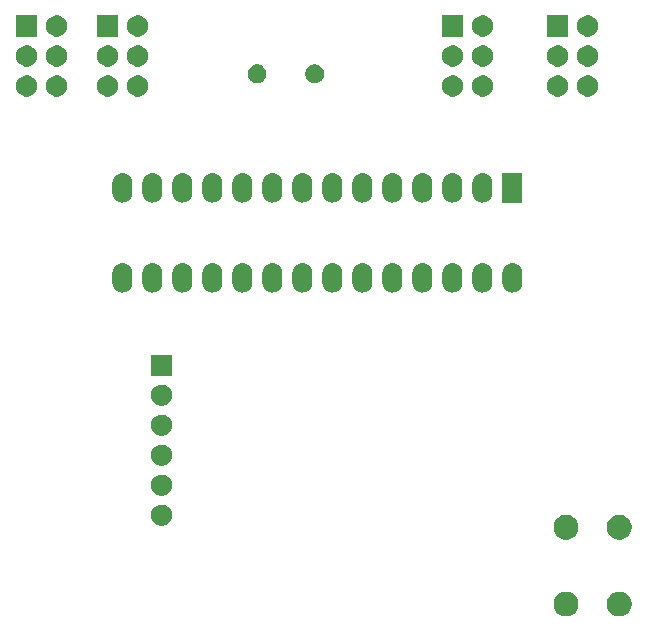
<source format=gbr>
G04 #@! TF.GenerationSoftware,KiCad,Pcbnew,5.1.5+dfsg1-2build2*
G04 #@! TF.CreationDate,2020-09-10T12:50:31-04:00*
G04 #@! TF.ProjectId,multi-avr,6d756c74-692d-4617-9672-2e6b69636164,rev?*
G04 #@! TF.SameCoordinates,Original*
G04 #@! TF.FileFunction,Soldermask,Bot*
G04 #@! TF.FilePolarity,Negative*
%FSLAX46Y46*%
G04 Gerber Fmt 4.6, Leading zero omitted, Abs format (unit mm)*
G04 Created by KiCad (PCBNEW 5.1.5+dfsg1-2build2) date 2020-09-10 12:50:31*
%MOMM*%
%LPD*%
G04 APERTURE LIST*
%ADD10C,0.100000*%
G04 APERTURE END LIST*
D10*
G36*
X181892564Y-116165389D02*
G01*
X182083833Y-116244615D01*
X182083835Y-116244616D01*
X182255973Y-116359635D01*
X182402365Y-116506027D01*
X182517385Y-116678167D01*
X182596611Y-116869436D01*
X182637000Y-117072484D01*
X182637000Y-117279516D01*
X182596611Y-117482564D01*
X182517385Y-117673833D01*
X182517384Y-117673835D01*
X182402365Y-117845973D01*
X182255973Y-117992365D01*
X182083835Y-118107384D01*
X182083834Y-118107385D01*
X182083833Y-118107385D01*
X181892564Y-118186611D01*
X181689516Y-118227000D01*
X181482484Y-118227000D01*
X181279436Y-118186611D01*
X181088167Y-118107385D01*
X181088166Y-118107385D01*
X181088165Y-118107384D01*
X180916027Y-117992365D01*
X180769635Y-117845973D01*
X180654616Y-117673835D01*
X180654615Y-117673833D01*
X180575389Y-117482564D01*
X180535000Y-117279516D01*
X180535000Y-117072484D01*
X180575389Y-116869436D01*
X180654615Y-116678167D01*
X180769635Y-116506027D01*
X180916027Y-116359635D01*
X181088165Y-116244616D01*
X181088167Y-116244615D01*
X181279436Y-116165389D01*
X181482484Y-116125000D01*
X181689516Y-116125000D01*
X181892564Y-116165389D01*
G37*
G36*
X177392564Y-116165389D02*
G01*
X177583833Y-116244615D01*
X177583835Y-116244616D01*
X177755973Y-116359635D01*
X177902365Y-116506027D01*
X178017385Y-116678167D01*
X178096611Y-116869436D01*
X178137000Y-117072484D01*
X178137000Y-117279516D01*
X178096611Y-117482564D01*
X178017385Y-117673833D01*
X178017384Y-117673835D01*
X177902365Y-117845973D01*
X177755973Y-117992365D01*
X177583835Y-118107384D01*
X177583834Y-118107385D01*
X177583833Y-118107385D01*
X177392564Y-118186611D01*
X177189516Y-118227000D01*
X176982484Y-118227000D01*
X176779436Y-118186611D01*
X176588167Y-118107385D01*
X176588166Y-118107385D01*
X176588165Y-118107384D01*
X176416027Y-117992365D01*
X176269635Y-117845973D01*
X176154616Y-117673835D01*
X176154615Y-117673833D01*
X176075389Y-117482564D01*
X176035000Y-117279516D01*
X176035000Y-117072484D01*
X176075389Y-116869436D01*
X176154615Y-116678167D01*
X176269635Y-116506027D01*
X176416027Y-116359635D01*
X176588165Y-116244616D01*
X176588167Y-116244615D01*
X176779436Y-116165389D01*
X176982484Y-116125000D01*
X177189516Y-116125000D01*
X177392564Y-116165389D01*
G37*
G36*
X177392564Y-109665389D02*
G01*
X177583833Y-109744615D01*
X177583835Y-109744616D01*
X177590008Y-109748741D01*
X177755973Y-109859635D01*
X177902365Y-110006027D01*
X178017385Y-110178167D01*
X178096611Y-110369436D01*
X178137000Y-110572484D01*
X178137000Y-110779516D01*
X178096611Y-110982564D01*
X178017385Y-111173833D01*
X178017384Y-111173835D01*
X177902365Y-111345973D01*
X177755973Y-111492365D01*
X177583835Y-111607384D01*
X177583834Y-111607385D01*
X177583833Y-111607385D01*
X177392564Y-111686611D01*
X177189516Y-111727000D01*
X176982484Y-111727000D01*
X176779436Y-111686611D01*
X176588167Y-111607385D01*
X176588166Y-111607385D01*
X176588165Y-111607384D01*
X176416027Y-111492365D01*
X176269635Y-111345973D01*
X176154616Y-111173835D01*
X176154615Y-111173833D01*
X176075389Y-110982564D01*
X176035000Y-110779516D01*
X176035000Y-110572484D01*
X176075389Y-110369436D01*
X176154615Y-110178167D01*
X176269635Y-110006027D01*
X176416027Y-109859635D01*
X176581992Y-109748741D01*
X176588165Y-109744616D01*
X176588167Y-109744615D01*
X176779436Y-109665389D01*
X176982484Y-109625000D01*
X177189516Y-109625000D01*
X177392564Y-109665389D01*
G37*
G36*
X181892564Y-109665389D02*
G01*
X182083833Y-109744615D01*
X182083835Y-109744616D01*
X182090008Y-109748741D01*
X182255973Y-109859635D01*
X182402365Y-110006027D01*
X182517385Y-110178167D01*
X182596611Y-110369436D01*
X182637000Y-110572484D01*
X182637000Y-110779516D01*
X182596611Y-110982564D01*
X182517385Y-111173833D01*
X182517384Y-111173835D01*
X182402365Y-111345973D01*
X182255973Y-111492365D01*
X182083835Y-111607384D01*
X182083834Y-111607385D01*
X182083833Y-111607385D01*
X181892564Y-111686611D01*
X181689516Y-111727000D01*
X181482484Y-111727000D01*
X181279436Y-111686611D01*
X181088167Y-111607385D01*
X181088166Y-111607385D01*
X181088165Y-111607384D01*
X180916027Y-111492365D01*
X180769635Y-111345973D01*
X180654616Y-111173835D01*
X180654615Y-111173833D01*
X180575389Y-110982564D01*
X180535000Y-110779516D01*
X180535000Y-110572484D01*
X180575389Y-110369436D01*
X180654615Y-110178167D01*
X180769635Y-110006027D01*
X180916027Y-109859635D01*
X181081992Y-109748741D01*
X181088165Y-109744616D01*
X181088167Y-109744615D01*
X181279436Y-109665389D01*
X181482484Y-109625000D01*
X181689516Y-109625000D01*
X181892564Y-109665389D01*
G37*
G36*
X142964512Y-108763927D02*
G01*
X143113812Y-108793624D01*
X143277784Y-108861544D01*
X143425354Y-108960147D01*
X143550853Y-109085646D01*
X143649456Y-109233216D01*
X143717376Y-109397188D01*
X143752000Y-109571259D01*
X143752000Y-109748741D01*
X143717376Y-109922812D01*
X143649456Y-110086784D01*
X143550853Y-110234354D01*
X143425354Y-110359853D01*
X143277784Y-110458456D01*
X143113812Y-110526376D01*
X142964512Y-110556073D01*
X142939742Y-110561000D01*
X142762258Y-110561000D01*
X142737488Y-110556073D01*
X142588188Y-110526376D01*
X142424216Y-110458456D01*
X142276646Y-110359853D01*
X142151147Y-110234354D01*
X142052544Y-110086784D01*
X141984624Y-109922812D01*
X141950000Y-109748741D01*
X141950000Y-109571259D01*
X141984624Y-109397188D01*
X142052544Y-109233216D01*
X142151147Y-109085646D01*
X142276646Y-108960147D01*
X142424216Y-108861544D01*
X142588188Y-108793624D01*
X142737488Y-108763927D01*
X142762258Y-108759000D01*
X142939742Y-108759000D01*
X142964512Y-108763927D01*
G37*
G36*
X142964512Y-106223927D02*
G01*
X143113812Y-106253624D01*
X143277784Y-106321544D01*
X143425354Y-106420147D01*
X143550853Y-106545646D01*
X143649456Y-106693216D01*
X143717376Y-106857188D01*
X143752000Y-107031259D01*
X143752000Y-107208741D01*
X143717376Y-107382812D01*
X143649456Y-107546784D01*
X143550853Y-107694354D01*
X143425354Y-107819853D01*
X143277784Y-107918456D01*
X143113812Y-107986376D01*
X142964512Y-108016073D01*
X142939742Y-108021000D01*
X142762258Y-108021000D01*
X142737488Y-108016073D01*
X142588188Y-107986376D01*
X142424216Y-107918456D01*
X142276646Y-107819853D01*
X142151147Y-107694354D01*
X142052544Y-107546784D01*
X141984624Y-107382812D01*
X141950000Y-107208741D01*
X141950000Y-107031259D01*
X141984624Y-106857188D01*
X142052544Y-106693216D01*
X142151147Y-106545646D01*
X142276646Y-106420147D01*
X142424216Y-106321544D01*
X142588188Y-106253624D01*
X142737488Y-106223927D01*
X142762258Y-106219000D01*
X142939742Y-106219000D01*
X142964512Y-106223927D01*
G37*
G36*
X142964512Y-103683927D02*
G01*
X143113812Y-103713624D01*
X143277784Y-103781544D01*
X143425354Y-103880147D01*
X143550853Y-104005646D01*
X143649456Y-104153216D01*
X143717376Y-104317188D01*
X143752000Y-104491259D01*
X143752000Y-104668741D01*
X143717376Y-104842812D01*
X143649456Y-105006784D01*
X143550853Y-105154354D01*
X143425354Y-105279853D01*
X143277784Y-105378456D01*
X143113812Y-105446376D01*
X142964512Y-105476073D01*
X142939742Y-105481000D01*
X142762258Y-105481000D01*
X142737488Y-105476073D01*
X142588188Y-105446376D01*
X142424216Y-105378456D01*
X142276646Y-105279853D01*
X142151147Y-105154354D01*
X142052544Y-105006784D01*
X141984624Y-104842812D01*
X141950000Y-104668741D01*
X141950000Y-104491259D01*
X141984624Y-104317188D01*
X142052544Y-104153216D01*
X142151147Y-104005646D01*
X142276646Y-103880147D01*
X142424216Y-103781544D01*
X142588188Y-103713624D01*
X142737488Y-103683927D01*
X142762258Y-103679000D01*
X142939742Y-103679000D01*
X142964512Y-103683927D01*
G37*
G36*
X142964512Y-101143927D02*
G01*
X143113812Y-101173624D01*
X143277784Y-101241544D01*
X143425354Y-101340147D01*
X143550853Y-101465646D01*
X143649456Y-101613216D01*
X143717376Y-101777188D01*
X143752000Y-101951259D01*
X143752000Y-102128741D01*
X143717376Y-102302812D01*
X143649456Y-102466784D01*
X143550853Y-102614354D01*
X143425354Y-102739853D01*
X143277784Y-102838456D01*
X143113812Y-102906376D01*
X142964512Y-102936073D01*
X142939742Y-102941000D01*
X142762258Y-102941000D01*
X142737488Y-102936073D01*
X142588188Y-102906376D01*
X142424216Y-102838456D01*
X142276646Y-102739853D01*
X142151147Y-102614354D01*
X142052544Y-102466784D01*
X141984624Y-102302812D01*
X141950000Y-102128741D01*
X141950000Y-101951259D01*
X141984624Y-101777188D01*
X142052544Y-101613216D01*
X142151147Y-101465646D01*
X142276646Y-101340147D01*
X142424216Y-101241544D01*
X142588188Y-101173624D01*
X142737488Y-101143927D01*
X142762258Y-101139000D01*
X142939742Y-101139000D01*
X142964512Y-101143927D01*
G37*
G36*
X142964512Y-98603927D02*
G01*
X143113812Y-98633624D01*
X143277784Y-98701544D01*
X143425354Y-98800147D01*
X143550853Y-98925646D01*
X143649456Y-99073216D01*
X143717376Y-99237188D01*
X143752000Y-99411259D01*
X143752000Y-99588741D01*
X143717376Y-99762812D01*
X143649456Y-99926784D01*
X143550853Y-100074354D01*
X143425354Y-100199853D01*
X143277784Y-100298456D01*
X143113812Y-100366376D01*
X142964512Y-100396073D01*
X142939742Y-100401000D01*
X142762258Y-100401000D01*
X142737488Y-100396073D01*
X142588188Y-100366376D01*
X142424216Y-100298456D01*
X142276646Y-100199853D01*
X142151147Y-100074354D01*
X142052544Y-99926784D01*
X141984624Y-99762812D01*
X141950000Y-99588741D01*
X141950000Y-99411259D01*
X141984624Y-99237188D01*
X142052544Y-99073216D01*
X142151147Y-98925646D01*
X142276646Y-98800147D01*
X142424216Y-98701544D01*
X142588188Y-98633624D01*
X142737488Y-98603927D01*
X142762258Y-98599000D01*
X142939742Y-98599000D01*
X142964512Y-98603927D01*
G37*
G36*
X143752000Y-97861000D02*
G01*
X141950000Y-97861000D01*
X141950000Y-96059000D01*
X143752000Y-96059000D01*
X143752000Y-97861000D01*
G37*
G36*
X172718043Y-88329913D02*
G01*
X172878462Y-88378576D01*
X173011126Y-88449486D01*
X173026298Y-88457596D01*
X173155879Y-88563941D01*
X173262224Y-88693522D01*
X173262225Y-88693524D01*
X173341244Y-88841358D01*
X173389907Y-89001778D01*
X173402220Y-89126797D01*
X173402220Y-90010404D01*
X173389907Y-90135423D01*
X173341244Y-90295842D01*
X173270334Y-90428506D01*
X173262224Y-90443678D01*
X173155879Y-90573259D01*
X173026297Y-90679605D01*
X172878461Y-90758624D01*
X172718042Y-90807287D01*
X172551220Y-90823717D01*
X172384397Y-90807287D01*
X172223978Y-90758624D01*
X172076144Y-90679605D01*
X172076142Y-90679604D01*
X171946561Y-90573259D01*
X171840215Y-90443677D01*
X171761196Y-90295841D01*
X171712533Y-90135422D01*
X171700220Y-90010403D01*
X171700220Y-89126797D01*
X171712534Y-89001777D01*
X171761197Y-88841358D01*
X171840216Y-88693524D01*
X171840217Y-88693522D01*
X171946562Y-88563941D01*
X172076143Y-88457596D01*
X172091315Y-88449486D01*
X172223979Y-88378576D01*
X172384398Y-88329913D01*
X172551220Y-88313483D01*
X172718043Y-88329913D01*
G37*
G36*
X149858043Y-88329913D02*
G01*
X150018462Y-88378576D01*
X150151126Y-88449486D01*
X150166298Y-88457596D01*
X150295879Y-88563941D01*
X150402224Y-88693522D01*
X150402225Y-88693524D01*
X150481244Y-88841358D01*
X150529907Y-89001778D01*
X150542220Y-89126797D01*
X150542220Y-90010404D01*
X150529907Y-90135423D01*
X150481244Y-90295842D01*
X150410334Y-90428506D01*
X150402224Y-90443678D01*
X150295879Y-90573259D01*
X150166297Y-90679605D01*
X150018461Y-90758624D01*
X149858042Y-90807287D01*
X149691220Y-90823717D01*
X149524397Y-90807287D01*
X149363978Y-90758624D01*
X149216144Y-90679605D01*
X149216142Y-90679604D01*
X149086561Y-90573259D01*
X148980215Y-90443677D01*
X148901196Y-90295841D01*
X148852533Y-90135422D01*
X148840220Y-90010403D01*
X148840220Y-89126797D01*
X148852534Y-89001777D01*
X148901197Y-88841358D01*
X148980216Y-88693524D01*
X148980217Y-88693522D01*
X149086562Y-88563941D01*
X149216143Y-88457596D01*
X149231315Y-88449486D01*
X149363979Y-88378576D01*
X149524398Y-88329913D01*
X149691220Y-88313483D01*
X149858043Y-88329913D01*
G37*
G36*
X152398043Y-88329913D02*
G01*
X152558462Y-88378576D01*
X152691126Y-88449486D01*
X152706298Y-88457596D01*
X152835879Y-88563941D01*
X152942224Y-88693522D01*
X152942225Y-88693524D01*
X153021244Y-88841358D01*
X153069907Y-89001778D01*
X153082220Y-89126797D01*
X153082220Y-90010404D01*
X153069907Y-90135423D01*
X153021244Y-90295842D01*
X152950334Y-90428506D01*
X152942224Y-90443678D01*
X152835879Y-90573259D01*
X152706297Y-90679605D01*
X152558461Y-90758624D01*
X152398042Y-90807287D01*
X152231220Y-90823717D01*
X152064397Y-90807287D01*
X151903978Y-90758624D01*
X151756144Y-90679605D01*
X151756142Y-90679604D01*
X151626561Y-90573259D01*
X151520215Y-90443677D01*
X151441196Y-90295841D01*
X151392533Y-90135422D01*
X151380220Y-90010403D01*
X151380220Y-89126797D01*
X151392534Y-89001777D01*
X151441197Y-88841358D01*
X151520216Y-88693524D01*
X151520217Y-88693522D01*
X151626562Y-88563941D01*
X151756143Y-88457596D01*
X151771315Y-88449486D01*
X151903979Y-88378576D01*
X152064398Y-88329913D01*
X152231220Y-88313483D01*
X152398043Y-88329913D01*
G37*
G36*
X154938043Y-88329913D02*
G01*
X155098462Y-88378576D01*
X155231126Y-88449486D01*
X155246298Y-88457596D01*
X155375879Y-88563941D01*
X155482224Y-88693522D01*
X155482225Y-88693524D01*
X155561244Y-88841358D01*
X155609907Y-89001778D01*
X155622220Y-89126797D01*
X155622220Y-90010404D01*
X155609907Y-90135423D01*
X155561244Y-90295842D01*
X155490334Y-90428506D01*
X155482224Y-90443678D01*
X155375879Y-90573259D01*
X155246297Y-90679605D01*
X155098461Y-90758624D01*
X154938042Y-90807287D01*
X154771220Y-90823717D01*
X154604397Y-90807287D01*
X154443978Y-90758624D01*
X154296144Y-90679605D01*
X154296142Y-90679604D01*
X154166561Y-90573259D01*
X154060215Y-90443677D01*
X153981196Y-90295841D01*
X153932533Y-90135422D01*
X153920220Y-90010403D01*
X153920220Y-89126797D01*
X153932534Y-89001777D01*
X153981197Y-88841358D01*
X154060216Y-88693524D01*
X154060217Y-88693522D01*
X154166562Y-88563941D01*
X154296143Y-88457596D01*
X154311315Y-88449486D01*
X154443979Y-88378576D01*
X154604398Y-88329913D01*
X154771220Y-88313483D01*
X154938043Y-88329913D01*
G37*
G36*
X160018043Y-88329913D02*
G01*
X160178462Y-88378576D01*
X160311126Y-88449486D01*
X160326298Y-88457596D01*
X160455879Y-88563941D01*
X160562224Y-88693522D01*
X160562225Y-88693524D01*
X160641244Y-88841358D01*
X160689907Y-89001778D01*
X160702220Y-89126797D01*
X160702220Y-90010404D01*
X160689907Y-90135423D01*
X160641244Y-90295842D01*
X160570334Y-90428506D01*
X160562224Y-90443678D01*
X160455879Y-90573259D01*
X160326297Y-90679605D01*
X160178461Y-90758624D01*
X160018042Y-90807287D01*
X159851220Y-90823717D01*
X159684397Y-90807287D01*
X159523978Y-90758624D01*
X159376144Y-90679605D01*
X159376142Y-90679604D01*
X159246561Y-90573259D01*
X159140215Y-90443677D01*
X159061196Y-90295841D01*
X159012533Y-90135422D01*
X159000220Y-90010403D01*
X159000220Y-89126797D01*
X159012534Y-89001777D01*
X159061197Y-88841358D01*
X159140216Y-88693524D01*
X159140217Y-88693522D01*
X159246562Y-88563941D01*
X159376143Y-88457596D01*
X159391315Y-88449486D01*
X159523979Y-88378576D01*
X159684398Y-88329913D01*
X159851220Y-88313483D01*
X160018043Y-88329913D01*
G37*
G36*
X157478043Y-88329913D02*
G01*
X157638462Y-88378576D01*
X157771126Y-88449486D01*
X157786298Y-88457596D01*
X157915879Y-88563941D01*
X158022224Y-88693522D01*
X158022225Y-88693524D01*
X158101244Y-88841358D01*
X158149907Y-89001778D01*
X158162220Y-89126797D01*
X158162220Y-90010404D01*
X158149907Y-90135423D01*
X158101244Y-90295842D01*
X158030334Y-90428506D01*
X158022224Y-90443678D01*
X157915879Y-90573259D01*
X157786297Y-90679605D01*
X157638461Y-90758624D01*
X157478042Y-90807287D01*
X157311220Y-90823717D01*
X157144397Y-90807287D01*
X156983978Y-90758624D01*
X156836144Y-90679605D01*
X156836142Y-90679604D01*
X156706561Y-90573259D01*
X156600215Y-90443677D01*
X156521196Y-90295841D01*
X156472533Y-90135422D01*
X156460220Y-90010403D01*
X156460220Y-89126797D01*
X156472534Y-89001777D01*
X156521197Y-88841358D01*
X156600216Y-88693524D01*
X156600217Y-88693522D01*
X156706562Y-88563941D01*
X156836143Y-88457596D01*
X156851315Y-88449486D01*
X156983979Y-88378576D01*
X157144398Y-88329913D01*
X157311220Y-88313483D01*
X157478043Y-88329913D01*
G37*
G36*
X165098043Y-88329913D02*
G01*
X165258462Y-88378576D01*
X165391126Y-88449486D01*
X165406298Y-88457596D01*
X165535879Y-88563941D01*
X165642224Y-88693522D01*
X165642225Y-88693524D01*
X165721244Y-88841358D01*
X165769907Y-89001778D01*
X165782220Y-89126797D01*
X165782220Y-90010404D01*
X165769907Y-90135423D01*
X165721244Y-90295842D01*
X165650334Y-90428506D01*
X165642224Y-90443678D01*
X165535879Y-90573259D01*
X165406297Y-90679605D01*
X165258461Y-90758624D01*
X165098042Y-90807287D01*
X164931220Y-90823717D01*
X164764397Y-90807287D01*
X164603978Y-90758624D01*
X164456144Y-90679605D01*
X164456142Y-90679604D01*
X164326561Y-90573259D01*
X164220215Y-90443677D01*
X164141196Y-90295841D01*
X164092533Y-90135422D01*
X164080220Y-90010403D01*
X164080220Y-89126797D01*
X164092534Y-89001777D01*
X164141197Y-88841358D01*
X164220216Y-88693524D01*
X164220217Y-88693522D01*
X164326562Y-88563941D01*
X164456143Y-88457596D01*
X164471315Y-88449486D01*
X164603979Y-88378576D01*
X164764398Y-88329913D01*
X164931220Y-88313483D01*
X165098043Y-88329913D01*
G37*
G36*
X167638043Y-88329913D02*
G01*
X167798462Y-88378576D01*
X167931126Y-88449486D01*
X167946298Y-88457596D01*
X168075879Y-88563941D01*
X168182224Y-88693522D01*
X168182225Y-88693524D01*
X168261244Y-88841358D01*
X168309907Y-89001778D01*
X168322220Y-89126797D01*
X168322220Y-90010404D01*
X168309907Y-90135423D01*
X168261244Y-90295842D01*
X168190334Y-90428506D01*
X168182224Y-90443678D01*
X168075879Y-90573259D01*
X167946297Y-90679605D01*
X167798461Y-90758624D01*
X167638042Y-90807287D01*
X167471220Y-90823717D01*
X167304397Y-90807287D01*
X167143978Y-90758624D01*
X166996144Y-90679605D01*
X166996142Y-90679604D01*
X166866561Y-90573259D01*
X166760215Y-90443677D01*
X166681196Y-90295841D01*
X166632533Y-90135422D01*
X166620220Y-90010403D01*
X166620220Y-89126797D01*
X166632534Y-89001777D01*
X166681197Y-88841358D01*
X166760216Y-88693524D01*
X166760217Y-88693522D01*
X166866562Y-88563941D01*
X166996143Y-88457596D01*
X167011315Y-88449486D01*
X167143979Y-88378576D01*
X167304398Y-88329913D01*
X167471220Y-88313483D01*
X167638043Y-88329913D01*
G37*
G36*
X170178043Y-88329913D02*
G01*
X170338462Y-88378576D01*
X170471126Y-88449486D01*
X170486298Y-88457596D01*
X170615879Y-88563941D01*
X170722224Y-88693522D01*
X170722225Y-88693524D01*
X170801244Y-88841358D01*
X170849907Y-89001778D01*
X170862220Y-89126797D01*
X170862220Y-90010404D01*
X170849907Y-90135423D01*
X170801244Y-90295842D01*
X170730334Y-90428506D01*
X170722224Y-90443678D01*
X170615879Y-90573259D01*
X170486297Y-90679605D01*
X170338461Y-90758624D01*
X170178042Y-90807287D01*
X170011220Y-90823717D01*
X169844397Y-90807287D01*
X169683978Y-90758624D01*
X169536144Y-90679605D01*
X169536142Y-90679604D01*
X169406561Y-90573259D01*
X169300215Y-90443677D01*
X169221196Y-90295841D01*
X169172533Y-90135422D01*
X169160220Y-90010403D01*
X169160220Y-89126797D01*
X169172534Y-89001777D01*
X169221197Y-88841358D01*
X169300216Y-88693524D01*
X169300217Y-88693522D01*
X169406562Y-88563941D01*
X169536143Y-88457596D01*
X169551315Y-88449486D01*
X169683979Y-88378576D01*
X169844398Y-88329913D01*
X170011220Y-88313483D01*
X170178043Y-88329913D01*
G37*
G36*
X139698043Y-88329913D02*
G01*
X139858462Y-88378576D01*
X139991126Y-88449486D01*
X140006298Y-88457596D01*
X140135879Y-88563941D01*
X140242224Y-88693522D01*
X140242225Y-88693524D01*
X140321244Y-88841358D01*
X140369907Y-89001778D01*
X140382220Y-89126797D01*
X140382220Y-90010404D01*
X140369907Y-90135423D01*
X140321244Y-90295842D01*
X140250334Y-90428506D01*
X140242224Y-90443678D01*
X140135879Y-90573259D01*
X140006297Y-90679605D01*
X139858461Y-90758624D01*
X139698042Y-90807287D01*
X139531220Y-90823717D01*
X139364397Y-90807287D01*
X139203978Y-90758624D01*
X139056144Y-90679605D01*
X139056142Y-90679604D01*
X138926561Y-90573259D01*
X138820215Y-90443677D01*
X138741196Y-90295841D01*
X138692533Y-90135422D01*
X138680220Y-90010403D01*
X138680220Y-89126797D01*
X138692534Y-89001777D01*
X138741197Y-88841358D01*
X138820216Y-88693524D01*
X138820217Y-88693522D01*
X138926562Y-88563941D01*
X139056143Y-88457596D01*
X139071315Y-88449486D01*
X139203979Y-88378576D01*
X139364398Y-88329913D01*
X139531220Y-88313483D01*
X139698043Y-88329913D01*
G37*
G36*
X142238043Y-88329913D02*
G01*
X142398462Y-88378576D01*
X142531126Y-88449486D01*
X142546298Y-88457596D01*
X142675879Y-88563941D01*
X142782224Y-88693522D01*
X142782225Y-88693524D01*
X142861244Y-88841358D01*
X142909907Y-89001778D01*
X142922220Y-89126797D01*
X142922220Y-90010404D01*
X142909907Y-90135423D01*
X142861244Y-90295842D01*
X142790334Y-90428506D01*
X142782224Y-90443678D01*
X142675879Y-90573259D01*
X142546297Y-90679605D01*
X142398461Y-90758624D01*
X142238042Y-90807287D01*
X142071220Y-90823717D01*
X141904397Y-90807287D01*
X141743978Y-90758624D01*
X141596144Y-90679605D01*
X141596142Y-90679604D01*
X141466561Y-90573259D01*
X141360215Y-90443677D01*
X141281196Y-90295841D01*
X141232533Y-90135422D01*
X141220220Y-90010403D01*
X141220220Y-89126797D01*
X141232534Y-89001777D01*
X141281197Y-88841358D01*
X141360216Y-88693524D01*
X141360217Y-88693522D01*
X141466562Y-88563941D01*
X141596143Y-88457596D01*
X141611315Y-88449486D01*
X141743979Y-88378576D01*
X141904398Y-88329913D01*
X142071220Y-88313483D01*
X142238043Y-88329913D01*
G37*
G36*
X144778043Y-88329913D02*
G01*
X144938462Y-88378576D01*
X145071126Y-88449486D01*
X145086298Y-88457596D01*
X145215879Y-88563941D01*
X145322224Y-88693522D01*
X145322225Y-88693524D01*
X145401244Y-88841358D01*
X145449907Y-89001778D01*
X145462220Y-89126797D01*
X145462220Y-90010404D01*
X145449907Y-90135423D01*
X145401244Y-90295842D01*
X145330334Y-90428506D01*
X145322224Y-90443678D01*
X145215879Y-90573259D01*
X145086297Y-90679605D01*
X144938461Y-90758624D01*
X144778042Y-90807287D01*
X144611220Y-90823717D01*
X144444397Y-90807287D01*
X144283978Y-90758624D01*
X144136144Y-90679605D01*
X144136142Y-90679604D01*
X144006561Y-90573259D01*
X143900215Y-90443677D01*
X143821196Y-90295841D01*
X143772533Y-90135422D01*
X143760220Y-90010403D01*
X143760220Y-89126797D01*
X143772534Y-89001777D01*
X143821197Y-88841358D01*
X143900216Y-88693524D01*
X143900217Y-88693522D01*
X144006562Y-88563941D01*
X144136143Y-88457596D01*
X144151315Y-88449486D01*
X144283979Y-88378576D01*
X144444398Y-88329913D01*
X144611220Y-88313483D01*
X144778043Y-88329913D01*
G37*
G36*
X147318043Y-88329913D02*
G01*
X147478462Y-88378576D01*
X147611126Y-88449486D01*
X147626298Y-88457596D01*
X147755879Y-88563941D01*
X147862224Y-88693522D01*
X147862225Y-88693524D01*
X147941244Y-88841358D01*
X147989907Y-89001778D01*
X148002220Y-89126797D01*
X148002220Y-90010404D01*
X147989907Y-90135423D01*
X147941244Y-90295842D01*
X147870334Y-90428506D01*
X147862224Y-90443678D01*
X147755879Y-90573259D01*
X147626297Y-90679605D01*
X147478461Y-90758624D01*
X147318042Y-90807287D01*
X147151220Y-90823717D01*
X146984397Y-90807287D01*
X146823978Y-90758624D01*
X146676144Y-90679605D01*
X146676142Y-90679604D01*
X146546561Y-90573259D01*
X146440215Y-90443677D01*
X146361196Y-90295841D01*
X146312533Y-90135422D01*
X146300220Y-90010403D01*
X146300220Y-89126797D01*
X146312534Y-89001777D01*
X146361197Y-88841358D01*
X146440216Y-88693524D01*
X146440217Y-88693522D01*
X146546562Y-88563941D01*
X146676143Y-88457596D01*
X146691315Y-88449486D01*
X146823979Y-88378576D01*
X146984398Y-88329913D01*
X147151220Y-88313483D01*
X147318043Y-88329913D01*
G37*
G36*
X162558043Y-88329913D02*
G01*
X162718462Y-88378576D01*
X162851126Y-88449486D01*
X162866298Y-88457596D01*
X162995879Y-88563941D01*
X163102224Y-88693522D01*
X163102225Y-88693524D01*
X163181244Y-88841358D01*
X163229907Y-89001778D01*
X163242220Y-89126797D01*
X163242220Y-90010404D01*
X163229907Y-90135423D01*
X163181244Y-90295842D01*
X163110334Y-90428506D01*
X163102224Y-90443678D01*
X162995879Y-90573259D01*
X162866297Y-90679605D01*
X162718461Y-90758624D01*
X162558042Y-90807287D01*
X162391220Y-90823717D01*
X162224397Y-90807287D01*
X162063978Y-90758624D01*
X161916144Y-90679605D01*
X161916142Y-90679604D01*
X161786561Y-90573259D01*
X161680215Y-90443677D01*
X161601196Y-90295841D01*
X161552533Y-90135422D01*
X161540220Y-90010403D01*
X161540220Y-89126797D01*
X161552534Y-89001777D01*
X161601197Y-88841358D01*
X161680216Y-88693524D01*
X161680217Y-88693522D01*
X161786562Y-88563941D01*
X161916143Y-88457596D01*
X161931315Y-88449486D01*
X162063979Y-88378576D01*
X162224398Y-88329913D01*
X162391220Y-88313483D01*
X162558043Y-88329913D01*
G37*
G36*
X142238043Y-80709913D02*
G01*
X142398462Y-80758576D01*
X142531126Y-80829486D01*
X142546298Y-80837596D01*
X142675879Y-80943941D01*
X142782224Y-81073522D01*
X142782225Y-81073524D01*
X142861244Y-81221358D01*
X142909907Y-81381778D01*
X142922220Y-81506797D01*
X142922220Y-82390404D01*
X142909907Y-82515423D01*
X142861244Y-82675842D01*
X142790334Y-82808506D01*
X142782224Y-82823678D01*
X142675879Y-82953259D01*
X142546297Y-83059605D01*
X142398461Y-83138624D01*
X142238042Y-83187287D01*
X142071220Y-83203717D01*
X141904397Y-83187287D01*
X141743978Y-83138624D01*
X141596144Y-83059605D01*
X141596142Y-83059604D01*
X141466561Y-82953259D01*
X141360215Y-82823677D01*
X141281196Y-82675841D01*
X141232533Y-82515422D01*
X141220220Y-82390403D01*
X141220220Y-81506797D01*
X141232534Y-81381777D01*
X141281197Y-81221358D01*
X141360216Y-81073524D01*
X141360217Y-81073522D01*
X141466562Y-80943941D01*
X141596143Y-80837596D01*
X141611315Y-80829486D01*
X141743979Y-80758576D01*
X141904398Y-80709913D01*
X142071220Y-80693483D01*
X142238043Y-80709913D01*
G37*
G36*
X147318043Y-80709913D02*
G01*
X147478462Y-80758576D01*
X147611126Y-80829486D01*
X147626298Y-80837596D01*
X147755879Y-80943941D01*
X147862224Y-81073522D01*
X147862225Y-81073524D01*
X147941244Y-81221358D01*
X147989907Y-81381778D01*
X148002220Y-81506797D01*
X148002220Y-82390404D01*
X147989907Y-82515423D01*
X147941244Y-82675842D01*
X147870334Y-82808506D01*
X147862224Y-82823678D01*
X147755879Y-82953259D01*
X147626297Y-83059605D01*
X147478461Y-83138624D01*
X147318042Y-83187287D01*
X147151220Y-83203717D01*
X146984397Y-83187287D01*
X146823978Y-83138624D01*
X146676144Y-83059605D01*
X146676142Y-83059604D01*
X146546561Y-82953259D01*
X146440215Y-82823677D01*
X146361196Y-82675841D01*
X146312533Y-82515422D01*
X146300220Y-82390403D01*
X146300220Y-81506797D01*
X146312534Y-81381777D01*
X146361197Y-81221358D01*
X146440216Y-81073524D01*
X146440217Y-81073522D01*
X146546562Y-80943941D01*
X146676143Y-80837596D01*
X146691315Y-80829486D01*
X146823979Y-80758576D01*
X146984398Y-80709913D01*
X147151220Y-80693483D01*
X147318043Y-80709913D01*
G37*
G36*
X144778043Y-80709913D02*
G01*
X144938462Y-80758576D01*
X145071126Y-80829486D01*
X145086298Y-80837596D01*
X145215879Y-80943941D01*
X145322224Y-81073522D01*
X145322225Y-81073524D01*
X145401244Y-81221358D01*
X145449907Y-81381778D01*
X145462220Y-81506797D01*
X145462220Y-82390404D01*
X145449907Y-82515423D01*
X145401244Y-82675842D01*
X145330334Y-82808506D01*
X145322224Y-82823678D01*
X145215879Y-82953259D01*
X145086297Y-83059605D01*
X144938461Y-83138624D01*
X144778042Y-83187287D01*
X144611220Y-83203717D01*
X144444397Y-83187287D01*
X144283978Y-83138624D01*
X144136144Y-83059605D01*
X144136142Y-83059604D01*
X144006561Y-82953259D01*
X143900215Y-82823677D01*
X143821196Y-82675841D01*
X143772533Y-82515422D01*
X143760220Y-82390403D01*
X143760220Y-81506797D01*
X143772534Y-81381777D01*
X143821197Y-81221358D01*
X143900216Y-81073524D01*
X143900217Y-81073522D01*
X144006562Y-80943941D01*
X144136143Y-80837596D01*
X144151315Y-80829486D01*
X144283979Y-80758576D01*
X144444398Y-80709913D01*
X144611220Y-80693483D01*
X144778043Y-80709913D01*
G37*
G36*
X149858043Y-80709913D02*
G01*
X150018462Y-80758576D01*
X150151126Y-80829486D01*
X150166298Y-80837596D01*
X150295879Y-80943941D01*
X150402224Y-81073522D01*
X150402225Y-81073524D01*
X150481244Y-81221358D01*
X150529907Y-81381778D01*
X150542220Y-81506797D01*
X150542220Y-82390404D01*
X150529907Y-82515423D01*
X150481244Y-82675842D01*
X150410334Y-82808506D01*
X150402224Y-82823678D01*
X150295879Y-82953259D01*
X150166297Y-83059605D01*
X150018461Y-83138624D01*
X149858042Y-83187287D01*
X149691220Y-83203717D01*
X149524397Y-83187287D01*
X149363978Y-83138624D01*
X149216144Y-83059605D01*
X149216142Y-83059604D01*
X149086561Y-82953259D01*
X148980215Y-82823677D01*
X148901196Y-82675841D01*
X148852533Y-82515422D01*
X148840220Y-82390403D01*
X148840220Y-81506797D01*
X148852534Y-81381777D01*
X148901197Y-81221358D01*
X148980216Y-81073524D01*
X148980217Y-81073522D01*
X149086562Y-80943941D01*
X149216143Y-80837596D01*
X149231315Y-80829486D01*
X149363979Y-80758576D01*
X149524398Y-80709913D01*
X149691220Y-80693483D01*
X149858043Y-80709913D01*
G37*
G36*
X152398043Y-80709913D02*
G01*
X152558462Y-80758576D01*
X152691126Y-80829486D01*
X152706298Y-80837596D01*
X152835879Y-80943941D01*
X152942224Y-81073522D01*
X152942225Y-81073524D01*
X153021244Y-81221358D01*
X153069907Y-81381778D01*
X153082220Y-81506797D01*
X153082220Y-82390404D01*
X153069907Y-82515423D01*
X153021244Y-82675842D01*
X152950334Y-82808506D01*
X152942224Y-82823678D01*
X152835879Y-82953259D01*
X152706297Y-83059605D01*
X152558461Y-83138624D01*
X152398042Y-83187287D01*
X152231220Y-83203717D01*
X152064397Y-83187287D01*
X151903978Y-83138624D01*
X151756144Y-83059605D01*
X151756142Y-83059604D01*
X151626561Y-82953259D01*
X151520215Y-82823677D01*
X151441196Y-82675841D01*
X151392533Y-82515422D01*
X151380220Y-82390403D01*
X151380220Y-81506797D01*
X151392534Y-81381777D01*
X151441197Y-81221358D01*
X151520216Y-81073524D01*
X151520217Y-81073522D01*
X151626562Y-80943941D01*
X151756143Y-80837596D01*
X151771315Y-80829486D01*
X151903979Y-80758576D01*
X152064398Y-80709913D01*
X152231220Y-80693483D01*
X152398043Y-80709913D01*
G37*
G36*
X154938043Y-80709913D02*
G01*
X155098462Y-80758576D01*
X155231126Y-80829486D01*
X155246298Y-80837596D01*
X155375879Y-80943941D01*
X155482224Y-81073522D01*
X155482225Y-81073524D01*
X155561244Y-81221358D01*
X155609907Y-81381778D01*
X155622220Y-81506797D01*
X155622220Y-82390404D01*
X155609907Y-82515423D01*
X155561244Y-82675842D01*
X155490334Y-82808506D01*
X155482224Y-82823678D01*
X155375879Y-82953259D01*
X155246297Y-83059605D01*
X155098461Y-83138624D01*
X154938042Y-83187287D01*
X154771220Y-83203717D01*
X154604397Y-83187287D01*
X154443978Y-83138624D01*
X154296144Y-83059605D01*
X154296142Y-83059604D01*
X154166561Y-82953259D01*
X154060215Y-82823677D01*
X153981196Y-82675841D01*
X153932533Y-82515422D01*
X153920220Y-82390403D01*
X153920220Y-81506797D01*
X153932534Y-81381777D01*
X153981197Y-81221358D01*
X154060216Y-81073524D01*
X154060217Y-81073522D01*
X154166562Y-80943941D01*
X154296143Y-80837596D01*
X154311315Y-80829486D01*
X154443979Y-80758576D01*
X154604398Y-80709913D01*
X154771220Y-80693483D01*
X154938043Y-80709913D01*
G37*
G36*
X157478043Y-80709913D02*
G01*
X157638462Y-80758576D01*
X157771126Y-80829486D01*
X157786298Y-80837596D01*
X157915879Y-80943941D01*
X158022224Y-81073522D01*
X158022225Y-81073524D01*
X158101244Y-81221358D01*
X158149907Y-81381778D01*
X158162220Y-81506797D01*
X158162220Y-82390404D01*
X158149907Y-82515423D01*
X158101244Y-82675842D01*
X158030334Y-82808506D01*
X158022224Y-82823678D01*
X157915879Y-82953259D01*
X157786297Y-83059605D01*
X157638461Y-83138624D01*
X157478042Y-83187287D01*
X157311220Y-83203717D01*
X157144397Y-83187287D01*
X156983978Y-83138624D01*
X156836144Y-83059605D01*
X156836142Y-83059604D01*
X156706561Y-82953259D01*
X156600215Y-82823677D01*
X156521196Y-82675841D01*
X156472533Y-82515422D01*
X156460220Y-82390403D01*
X156460220Y-81506797D01*
X156472534Y-81381777D01*
X156521197Y-81221358D01*
X156600216Y-81073524D01*
X156600217Y-81073522D01*
X156706562Y-80943941D01*
X156836143Y-80837596D01*
X156851315Y-80829486D01*
X156983979Y-80758576D01*
X157144398Y-80709913D01*
X157311220Y-80693483D01*
X157478043Y-80709913D01*
G37*
G36*
X139698043Y-80709913D02*
G01*
X139858462Y-80758576D01*
X139991126Y-80829486D01*
X140006298Y-80837596D01*
X140135879Y-80943941D01*
X140242224Y-81073522D01*
X140242225Y-81073524D01*
X140321244Y-81221358D01*
X140369907Y-81381778D01*
X140382220Y-81506797D01*
X140382220Y-82390404D01*
X140369907Y-82515423D01*
X140321244Y-82675842D01*
X140250334Y-82808506D01*
X140242224Y-82823678D01*
X140135879Y-82953259D01*
X140006297Y-83059605D01*
X139858461Y-83138624D01*
X139698042Y-83187287D01*
X139531220Y-83203717D01*
X139364397Y-83187287D01*
X139203978Y-83138624D01*
X139056144Y-83059605D01*
X139056142Y-83059604D01*
X138926561Y-82953259D01*
X138820215Y-82823677D01*
X138741196Y-82675841D01*
X138692533Y-82515422D01*
X138680220Y-82390403D01*
X138680220Y-81506797D01*
X138692534Y-81381777D01*
X138741197Y-81221358D01*
X138820216Y-81073524D01*
X138820217Y-81073522D01*
X138926562Y-80943941D01*
X139056143Y-80837596D01*
X139071315Y-80829486D01*
X139203979Y-80758576D01*
X139364398Y-80709913D01*
X139531220Y-80693483D01*
X139698043Y-80709913D01*
G37*
G36*
X165098043Y-80709913D02*
G01*
X165258462Y-80758576D01*
X165391126Y-80829486D01*
X165406298Y-80837596D01*
X165535879Y-80943941D01*
X165642224Y-81073522D01*
X165642225Y-81073524D01*
X165721244Y-81221358D01*
X165769907Y-81381778D01*
X165782220Y-81506797D01*
X165782220Y-82390404D01*
X165769907Y-82515423D01*
X165721244Y-82675842D01*
X165650334Y-82808506D01*
X165642224Y-82823678D01*
X165535879Y-82953259D01*
X165406297Y-83059605D01*
X165258461Y-83138624D01*
X165098042Y-83187287D01*
X164931220Y-83203717D01*
X164764397Y-83187287D01*
X164603978Y-83138624D01*
X164456144Y-83059605D01*
X164456142Y-83059604D01*
X164326561Y-82953259D01*
X164220215Y-82823677D01*
X164141196Y-82675841D01*
X164092533Y-82515422D01*
X164080220Y-82390403D01*
X164080220Y-81506797D01*
X164092534Y-81381777D01*
X164141197Y-81221358D01*
X164220216Y-81073524D01*
X164220217Y-81073522D01*
X164326562Y-80943941D01*
X164456143Y-80837596D01*
X164471315Y-80829486D01*
X164603979Y-80758576D01*
X164764398Y-80709913D01*
X164931220Y-80693483D01*
X165098043Y-80709913D01*
G37*
G36*
X167638043Y-80709913D02*
G01*
X167798462Y-80758576D01*
X167931126Y-80829486D01*
X167946298Y-80837596D01*
X168075879Y-80943941D01*
X168182224Y-81073522D01*
X168182225Y-81073524D01*
X168261244Y-81221358D01*
X168309907Y-81381778D01*
X168322220Y-81506797D01*
X168322220Y-82390404D01*
X168309907Y-82515423D01*
X168261244Y-82675842D01*
X168190334Y-82808506D01*
X168182224Y-82823678D01*
X168075879Y-82953259D01*
X167946297Y-83059605D01*
X167798461Y-83138624D01*
X167638042Y-83187287D01*
X167471220Y-83203717D01*
X167304397Y-83187287D01*
X167143978Y-83138624D01*
X166996144Y-83059605D01*
X166996142Y-83059604D01*
X166866561Y-82953259D01*
X166760215Y-82823677D01*
X166681196Y-82675841D01*
X166632533Y-82515422D01*
X166620220Y-82390403D01*
X166620220Y-81506797D01*
X166632534Y-81381777D01*
X166681197Y-81221358D01*
X166760216Y-81073524D01*
X166760217Y-81073522D01*
X166866562Y-80943941D01*
X166996143Y-80837596D01*
X167011315Y-80829486D01*
X167143979Y-80758576D01*
X167304398Y-80709913D01*
X167471220Y-80693483D01*
X167638043Y-80709913D01*
G37*
G36*
X162558043Y-80709913D02*
G01*
X162718462Y-80758576D01*
X162851126Y-80829486D01*
X162866298Y-80837596D01*
X162995879Y-80943941D01*
X163102224Y-81073522D01*
X163102225Y-81073524D01*
X163181244Y-81221358D01*
X163229907Y-81381778D01*
X163242220Y-81506797D01*
X163242220Y-82390404D01*
X163229907Y-82515423D01*
X163181244Y-82675842D01*
X163110334Y-82808506D01*
X163102224Y-82823678D01*
X162995879Y-82953259D01*
X162866297Y-83059605D01*
X162718461Y-83138624D01*
X162558042Y-83187287D01*
X162391220Y-83203717D01*
X162224397Y-83187287D01*
X162063978Y-83138624D01*
X161916144Y-83059605D01*
X161916142Y-83059604D01*
X161786561Y-82953259D01*
X161680215Y-82823677D01*
X161601196Y-82675841D01*
X161552533Y-82515422D01*
X161540220Y-82390403D01*
X161540220Y-81506797D01*
X161552534Y-81381777D01*
X161601197Y-81221358D01*
X161680216Y-81073524D01*
X161680217Y-81073522D01*
X161786562Y-80943941D01*
X161916143Y-80837596D01*
X161931315Y-80829486D01*
X162063979Y-80758576D01*
X162224398Y-80709913D01*
X162391220Y-80693483D01*
X162558043Y-80709913D01*
G37*
G36*
X170178043Y-80709913D02*
G01*
X170338462Y-80758576D01*
X170471126Y-80829486D01*
X170486298Y-80837596D01*
X170615879Y-80943941D01*
X170722224Y-81073522D01*
X170722225Y-81073524D01*
X170801244Y-81221358D01*
X170849907Y-81381778D01*
X170862220Y-81506797D01*
X170862220Y-82390404D01*
X170849907Y-82515423D01*
X170801244Y-82675842D01*
X170730334Y-82808506D01*
X170722224Y-82823678D01*
X170615879Y-82953259D01*
X170486297Y-83059605D01*
X170338461Y-83138624D01*
X170178042Y-83187287D01*
X170011220Y-83203717D01*
X169844397Y-83187287D01*
X169683978Y-83138624D01*
X169536144Y-83059605D01*
X169536142Y-83059604D01*
X169406561Y-82953259D01*
X169300215Y-82823677D01*
X169221196Y-82675841D01*
X169172533Y-82515422D01*
X169160220Y-82390403D01*
X169160220Y-81506797D01*
X169172534Y-81381777D01*
X169221197Y-81221358D01*
X169300216Y-81073524D01*
X169300217Y-81073522D01*
X169406562Y-80943941D01*
X169536143Y-80837596D01*
X169551315Y-80829486D01*
X169683979Y-80758576D01*
X169844398Y-80709913D01*
X170011220Y-80693483D01*
X170178043Y-80709913D01*
G37*
G36*
X160018043Y-80709913D02*
G01*
X160178462Y-80758576D01*
X160311126Y-80829486D01*
X160326298Y-80837596D01*
X160455879Y-80943941D01*
X160562224Y-81073522D01*
X160562225Y-81073524D01*
X160641244Y-81221358D01*
X160689907Y-81381778D01*
X160702220Y-81506797D01*
X160702220Y-82390404D01*
X160689907Y-82515423D01*
X160641244Y-82675842D01*
X160570334Y-82808506D01*
X160562224Y-82823678D01*
X160455879Y-82953259D01*
X160326297Y-83059605D01*
X160178461Y-83138624D01*
X160018042Y-83187287D01*
X159851220Y-83203717D01*
X159684397Y-83187287D01*
X159523978Y-83138624D01*
X159376144Y-83059605D01*
X159376142Y-83059604D01*
X159246561Y-82953259D01*
X159140215Y-82823677D01*
X159061196Y-82675841D01*
X159012533Y-82515422D01*
X159000220Y-82390403D01*
X159000220Y-81506797D01*
X159012534Y-81381777D01*
X159061197Y-81221358D01*
X159140216Y-81073524D01*
X159140217Y-81073522D01*
X159246562Y-80943941D01*
X159376143Y-80837596D01*
X159391315Y-80829486D01*
X159523979Y-80758576D01*
X159684398Y-80709913D01*
X159851220Y-80693483D01*
X160018043Y-80709913D01*
G37*
G36*
X173402220Y-83199600D02*
G01*
X171700220Y-83199600D01*
X171700220Y-80697600D01*
X173402220Y-80697600D01*
X173402220Y-83199600D01*
G37*
G36*
X176492512Y-72429927D02*
G01*
X176641812Y-72459624D01*
X176805784Y-72527544D01*
X176953354Y-72626147D01*
X177078853Y-72751646D01*
X177177456Y-72899216D01*
X177245376Y-73063188D01*
X177280000Y-73237259D01*
X177280000Y-73414741D01*
X177245376Y-73588812D01*
X177177456Y-73752784D01*
X177078853Y-73900354D01*
X176953354Y-74025853D01*
X176805784Y-74124456D01*
X176641812Y-74192376D01*
X176492512Y-74222073D01*
X176467742Y-74227000D01*
X176290258Y-74227000D01*
X176265488Y-74222073D01*
X176116188Y-74192376D01*
X175952216Y-74124456D01*
X175804646Y-74025853D01*
X175679147Y-73900354D01*
X175580544Y-73752784D01*
X175512624Y-73588812D01*
X175478000Y-73414741D01*
X175478000Y-73237259D01*
X175512624Y-73063188D01*
X175580544Y-72899216D01*
X175679147Y-72751646D01*
X175804646Y-72626147D01*
X175952216Y-72527544D01*
X176116188Y-72459624D01*
X176265488Y-72429927D01*
X176290258Y-72425000D01*
X176467742Y-72425000D01*
X176492512Y-72429927D01*
G37*
G36*
X179032512Y-72429927D02*
G01*
X179181812Y-72459624D01*
X179345784Y-72527544D01*
X179493354Y-72626147D01*
X179618853Y-72751646D01*
X179717456Y-72899216D01*
X179785376Y-73063188D01*
X179820000Y-73237259D01*
X179820000Y-73414741D01*
X179785376Y-73588812D01*
X179717456Y-73752784D01*
X179618853Y-73900354D01*
X179493354Y-74025853D01*
X179345784Y-74124456D01*
X179181812Y-74192376D01*
X179032512Y-74222073D01*
X179007742Y-74227000D01*
X178830258Y-74227000D01*
X178805488Y-74222073D01*
X178656188Y-74192376D01*
X178492216Y-74124456D01*
X178344646Y-74025853D01*
X178219147Y-73900354D01*
X178120544Y-73752784D01*
X178052624Y-73588812D01*
X178018000Y-73414741D01*
X178018000Y-73237259D01*
X178052624Y-73063188D01*
X178120544Y-72899216D01*
X178219147Y-72751646D01*
X178344646Y-72626147D01*
X178492216Y-72527544D01*
X178656188Y-72459624D01*
X178805488Y-72429927D01*
X178830258Y-72425000D01*
X179007742Y-72425000D01*
X179032512Y-72429927D01*
G37*
G36*
X131534512Y-72429927D02*
G01*
X131683812Y-72459624D01*
X131847784Y-72527544D01*
X131995354Y-72626147D01*
X132120853Y-72751646D01*
X132219456Y-72899216D01*
X132287376Y-73063188D01*
X132322000Y-73237259D01*
X132322000Y-73414741D01*
X132287376Y-73588812D01*
X132219456Y-73752784D01*
X132120853Y-73900354D01*
X131995354Y-74025853D01*
X131847784Y-74124456D01*
X131683812Y-74192376D01*
X131534512Y-74222073D01*
X131509742Y-74227000D01*
X131332258Y-74227000D01*
X131307488Y-74222073D01*
X131158188Y-74192376D01*
X130994216Y-74124456D01*
X130846646Y-74025853D01*
X130721147Y-73900354D01*
X130622544Y-73752784D01*
X130554624Y-73588812D01*
X130520000Y-73414741D01*
X130520000Y-73237259D01*
X130554624Y-73063188D01*
X130622544Y-72899216D01*
X130721147Y-72751646D01*
X130846646Y-72626147D01*
X130994216Y-72527544D01*
X131158188Y-72459624D01*
X131307488Y-72429927D01*
X131332258Y-72425000D01*
X131509742Y-72425000D01*
X131534512Y-72429927D01*
G37*
G36*
X134074512Y-72429927D02*
G01*
X134223812Y-72459624D01*
X134387784Y-72527544D01*
X134535354Y-72626147D01*
X134660853Y-72751646D01*
X134759456Y-72899216D01*
X134827376Y-73063188D01*
X134862000Y-73237259D01*
X134862000Y-73414741D01*
X134827376Y-73588812D01*
X134759456Y-73752784D01*
X134660853Y-73900354D01*
X134535354Y-74025853D01*
X134387784Y-74124456D01*
X134223812Y-74192376D01*
X134074512Y-74222073D01*
X134049742Y-74227000D01*
X133872258Y-74227000D01*
X133847488Y-74222073D01*
X133698188Y-74192376D01*
X133534216Y-74124456D01*
X133386646Y-74025853D01*
X133261147Y-73900354D01*
X133162544Y-73752784D01*
X133094624Y-73588812D01*
X133060000Y-73414741D01*
X133060000Y-73237259D01*
X133094624Y-73063188D01*
X133162544Y-72899216D01*
X133261147Y-72751646D01*
X133386646Y-72626147D01*
X133534216Y-72527544D01*
X133698188Y-72459624D01*
X133847488Y-72429927D01*
X133872258Y-72425000D01*
X134049742Y-72425000D01*
X134074512Y-72429927D01*
G37*
G36*
X138392512Y-72429927D02*
G01*
X138541812Y-72459624D01*
X138705784Y-72527544D01*
X138853354Y-72626147D01*
X138978853Y-72751646D01*
X139077456Y-72899216D01*
X139145376Y-73063188D01*
X139180000Y-73237259D01*
X139180000Y-73414741D01*
X139145376Y-73588812D01*
X139077456Y-73752784D01*
X138978853Y-73900354D01*
X138853354Y-74025853D01*
X138705784Y-74124456D01*
X138541812Y-74192376D01*
X138392512Y-74222073D01*
X138367742Y-74227000D01*
X138190258Y-74227000D01*
X138165488Y-74222073D01*
X138016188Y-74192376D01*
X137852216Y-74124456D01*
X137704646Y-74025853D01*
X137579147Y-73900354D01*
X137480544Y-73752784D01*
X137412624Y-73588812D01*
X137378000Y-73414741D01*
X137378000Y-73237259D01*
X137412624Y-73063188D01*
X137480544Y-72899216D01*
X137579147Y-72751646D01*
X137704646Y-72626147D01*
X137852216Y-72527544D01*
X138016188Y-72459624D01*
X138165488Y-72429927D01*
X138190258Y-72425000D01*
X138367742Y-72425000D01*
X138392512Y-72429927D01*
G37*
G36*
X140932512Y-72429927D02*
G01*
X141081812Y-72459624D01*
X141245784Y-72527544D01*
X141393354Y-72626147D01*
X141518853Y-72751646D01*
X141617456Y-72899216D01*
X141685376Y-73063188D01*
X141720000Y-73237259D01*
X141720000Y-73414741D01*
X141685376Y-73588812D01*
X141617456Y-73752784D01*
X141518853Y-73900354D01*
X141393354Y-74025853D01*
X141245784Y-74124456D01*
X141081812Y-74192376D01*
X140932512Y-74222073D01*
X140907742Y-74227000D01*
X140730258Y-74227000D01*
X140705488Y-74222073D01*
X140556188Y-74192376D01*
X140392216Y-74124456D01*
X140244646Y-74025853D01*
X140119147Y-73900354D01*
X140020544Y-73752784D01*
X139952624Y-73588812D01*
X139918000Y-73414741D01*
X139918000Y-73237259D01*
X139952624Y-73063188D01*
X140020544Y-72899216D01*
X140119147Y-72751646D01*
X140244646Y-72626147D01*
X140392216Y-72527544D01*
X140556188Y-72459624D01*
X140705488Y-72429927D01*
X140730258Y-72425000D01*
X140907742Y-72425000D01*
X140932512Y-72429927D01*
G37*
G36*
X167602512Y-72429927D02*
G01*
X167751812Y-72459624D01*
X167915784Y-72527544D01*
X168063354Y-72626147D01*
X168188853Y-72751646D01*
X168287456Y-72899216D01*
X168355376Y-73063188D01*
X168390000Y-73237259D01*
X168390000Y-73414741D01*
X168355376Y-73588812D01*
X168287456Y-73752784D01*
X168188853Y-73900354D01*
X168063354Y-74025853D01*
X167915784Y-74124456D01*
X167751812Y-74192376D01*
X167602512Y-74222073D01*
X167577742Y-74227000D01*
X167400258Y-74227000D01*
X167375488Y-74222073D01*
X167226188Y-74192376D01*
X167062216Y-74124456D01*
X166914646Y-74025853D01*
X166789147Y-73900354D01*
X166690544Y-73752784D01*
X166622624Y-73588812D01*
X166588000Y-73414741D01*
X166588000Y-73237259D01*
X166622624Y-73063188D01*
X166690544Y-72899216D01*
X166789147Y-72751646D01*
X166914646Y-72626147D01*
X167062216Y-72527544D01*
X167226188Y-72459624D01*
X167375488Y-72429927D01*
X167400258Y-72425000D01*
X167577742Y-72425000D01*
X167602512Y-72429927D01*
G37*
G36*
X170142512Y-72429927D02*
G01*
X170291812Y-72459624D01*
X170455784Y-72527544D01*
X170603354Y-72626147D01*
X170728853Y-72751646D01*
X170827456Y-72899216D01*
X170895376Y-73063188D01*
X170930000Y-73237259D01*
X170930000Y-73414741D01*
X170895376Y-73588812D01*
X170827456Y-73752784D01*
X170728853Y-73900354D01*
X170603354Y-74025853D01*
X170455784Y-74124456D01*
X170291812Y-74192376D01*
X170142512Y-74222073D01*
X170117742Y-74227000D01*
X169940258Y-74227000D01*
X169915488Y-74222073D01*
X169766188Y-74192376D01*
X169602216Y-74124456D01*
X169454646Y-74025853D01*
X169329147Y-73900354D01*
X169230544Y-73752784D01*
X169162624Y-73588812D01*
X169128000Y-73414741D01*
X169128000Y-73237259D01*
X169162624Y-73063188D01*
X169230544Y-72899216D01*
X169329147Y-72751646D01*
X169454646Y-72626147D01*
X169602216Y-72527544D01*
X169766188Y-72459624D01*
X169915488Y-72429927D01*
X169940258Y-72425000D01*
X170117742Y-72425000D01*
X170142512Y-72429927D01*
G37*
G36*
X156038642Y-71525781D02*
G01*
X156180295Y-71584456D01*
X156184416Y-71586163D01*
X156315608Y-71673822D01*
X156427178Y-71785392D01*
X156514837Y-71916584D01*
X156514838Y-71916586D01*
X156575219Y-72062358D01*
X156606000Y-72217107D01*
X156606000Y-72374893D01*
X156575219Y-72529642D01*
X156514838Y-72675414D01*
X156514837Y-72675416D01*
X156427178Y-72806608D01*
X156315608Y-72918178D01*
X156184416Y-73005837D01*
X156184415Y-73005838D01*
X156184414Y-73005838D01*
X156038642Y-73066219D01*
X155883893Y-73097000D01*
X155726107Y-73097000D01*
X155571358Y-73066219D01*
X155425586Y-73005838D01*
X155425585Y-73005838D01*
X155425584Y-73005837D01*
X155294392Y-72918178D01*
X155182822Y-72806608D01*
X155095163Y-72675416D01*
X155095162Y-72675414D01*
X155034781Y-72529642D01*
X155004000Y-72374893D01*
X155004000Y-72217107D01*
X155034781Y-72062358D01*
X155095162Y-71916586D01*
X155095163Y-71916584D01*
X155182822Y-71785392D01*
X155294392Y-71673822D01*
X155425584Y-71586163D01*
X155429705Y-71584456D01*
X155571358Y-71525781D01*
X155726107Y-71495000D01*
X155883893Y-71495000D01*
X156038642Y-71525781D01*
G37*
G36*
X151158642Y-71525781D02*
G01*
X151300295Y-71584456D01*
X151304416Y-71586163D01*
X151435608Y-71673822D01*
X151547178Y-71785392D01*
X151634837Y-71916584D01*
X151634838Y-71916586D01*
X151695219Y-72062358D01*
X151726000Y-72217107D01*
X151726000Y-72374893D01*
X151695219Y-72529642D01*
X151634838Y-72675414D01*
X151634837Y-72675416D01*
X151547178Y-72806608D01*
X151435608Y-72918178D01*
X151304416Y-73005837D01*
X151304415Y-73005838D01*
X151304414Y-73005838D01*
X151158642Y-73066219D01*
X151003893Y-73097000D01*
X150846107Y-73097000D01*
X150691358Y-73066219D01*
X150545586Y-73005838D01*
X150545585Y-73005838D01*
X150545584Y-73005837D01*
X150414392Y-72918178D01*
X150302822Y-72806608D01*
X150215163Y-72675416D01*
X150215162Y-72675414D01*
X150154781Y-72529642D01*
X150124000Y-72374893D01*
X150124000Y-72217107D01*
X150154781Y-72062358D01*
X150215162Y-71916586D01*
X150215163Y-71916584D01*
X150302822Y-71785392D01*
X150414392Y-71673822D01*
X150545584Y-71586163D01*
X150549705Y-71584456D01*
X150691358Y-71525781D01*
X150846107Y-71495000D01*
X151003893Y-71495000D01*
X151158642Y-71525781D01*
G37*
G36*
X176492512Y-69889927D02*
G01*
X176641812Y-69919624D01*
X176805784Y-69987544D01*
X176953354Y-70086147D01*
X177078853Y-70211646D01*
X177177456Y-70359216D01*
X177245376Y-70523188D01*
X177280000Y-70697259D01*
X177280000Y-70874741D01*
X177245376Y-71048812D01*
X177177456Y-71212784D01*
X177078853Y-71360354D01*
X176953354Y-71485853D01*
X176805784Y-71584456D01*
X176641812Y-71652376D01*
X176492512Y-71682073D01*
X176467742Y-71687000D01*
X176290258Y-71687000D01*
X176265488Y-71682073D01*
X176116188Y-71652376D01*
X175952216Y-71584456D01*
X175804646Y-71485853D01*
X175679147Y-71360354D01*
X175580544Y-71212784D01*
X175512624Y-71048812D01*
X175478000Y-70874741D01*
X175478000Y-70697259D01*
X175512624Y-70523188D01*
X175580544Y-70359216D01*
X175679147Y-70211646D01*
X175804646Y-70086147D01*
X175952216Y-69987544D01*
X176116188Y-69919624D01*
X176265488Y-69889927D01*
X176290258Y-69885000D01*
X176467742Y-69885000D01*
X176492512Y-69889927D01*
G37*
G36*
X179032512Y-69889927D02*
G01*
X179181812Y-69919624D01*
X179345784Y-69987544D01*
X179493354Y-70086147D01*
X179618853Y-70211646D01*
X179717456Y-70359216D01*
X179785376Y-70523188D01*
X179820000Y-70697259D01*
X179820000Y-70874741D01*
X179785376Y-71048812D01*
X179717456Y-71212784D01*
X179618853Y-71360354D01*
X179493354Y-71485853D01*
X179345784Y-71584456D01*
X179181812Y-71652376D01*
X179032512Y-71682073D01*
X179007742Y-71687000D01*
X178830258Y-71687000D01*
X178805488Y-71682073D01*
X178656188Y-71652376D01*
X178492216Y-71584456D01*
X178344646Y-71485853D01*
X178219147Y-71360354D01*
X178120544Y-71212784D01*
X178052624Y-71048812D01*
X178018000Y-70874741D01*
X178018000Y-70697259D01*
X178052624Y-70523188D01*
X178120544Y-70359216D01*
X178219147Y-70211646D01*
X178344646Y-70086147D01*
X178492216Y-69987544D01*
X178656188Y-69919624D01*
X178805488Y-69889927D01*
X178830258Y-69885000D01*
X179007742Y-69885000D01*
X179032512Y-69889927D01*
G37*
G36*
X140932512Y-69889927D02*
G01*
X141081812Y-69919624D01*
X141245784Y-69987544D01*
X141393354Y-70086147D01*
X141518853Y-70211646D01*
X141617456Y-70359216D01*
X141685376Y-70523188D01*
X141720000Y-70697259D01*
X141720000Y-70874741D01*
X141685376Y-71048812D01*
X141617456Y-71212784D01*
X141518853Y-71360354D01*
X141393354Y-71485853D01*
X141245784Y-71584456D01*
X141081812Y-71652376D01*
X140932512Y-71682073D01*
X140907742Y-71687000D01*
X140730258Y-71687000D01*
X140705488Y-71682073D01*
X140556188Y-71652376D01*
X140392216Y-71584456D01*
X140244646Y-71485853D01*
X140119147Y-71360354D01*
X140020544Y-71212784D01*
X139952624Y-71048812D01*
X139918000Y-70874741D01*
X139918000Y-70697259D01*
X139952624Y-70523188D01*
X140020544Y-70359216D01*
X140119147Y-70211646D01*
X140244646Y-70086147D01*
X140392216Y-69987544D01*
X140556188Y-69919624D01*
X140705488Y-69889927D01*
X140730258Y-69885000D01*
X140907742Y-69885000D01*
X140932512Y-69889927D01*
G37*
G36*
X138392512Y-69889927D02*
G01*
X138541812Y-69919624D01*
X138705784Y-69987544D01*
X138853354Y-70086147D01*
X138978853Y-70211646D01*
X139077456Y-70359216D01*
X139145376Y-70523188D01*
X139180000Y-70697259D01*
X139180000Y-70874741D01*
X139145376Y-71048812D01*
X139077456Y-71212784D01*
X138978853Y-71360354D01*
X138853354Y-71485853D01*
X138705784Y-71584456D01*
X138541812Y-71652376D01*
X138392512Y-71682073D01*
X138367742Y-71687000D01*
X138190258Y-71687000D01*
X138165488Y-71682073D01*
X138016188Y-71652376D01*
X137852216Y-71584456D01*
X137704646Y-71485853D01*
X137579147Y-71360354D01*
X137480544Y-71212784D01*
X137412624Y-71048812D01*
X137378000Y-70874741D01*
X137378000Y-70697259D01*
X137412624Y-70523188D01*
X137480544Y-70359216D01*
X137579147Y-70211646D01*
X137704646Y-70086147D01*
X137852216Y-69987544D01*
X138016188Y-69919624D01*
X138165488Y-69889927D01*
X138190258Y-69885000D01*
X138367742Y-69885000D01*
X138392512Y-69889927D01*
G37*
G36*
X167602512Y-69889927D02*
G01*
X167751812Y-69919624D01*
X167915784Y-69987544D01*
X168063354Y-70086147D01*
X168188853Y-70211646D01*
X168287456Y-70359216D01*
X168355376Y-70523188D01*
X168390000Y-70697259D01*
X168390000Y-70874741D01*
X168355376Y-71048812D01*
X168287456Y-71212784D01*
X168188853Y-71360354D01*
X168063354Y-71485853D01*
X167915784Y-71584456D01*
X167751812Y-71652376D01*
X167602512Y-71682073D01*
X167577742Y-71687000D01*
X167400258Y-71687000D01*
X167375488Y-71682073D01*
X167226188Y-71652376D01*
X167062216Y-71584456D01*
X166914646Y-71485853D01*
X166789147Y-71360354D01*
X166690544Y-71212784D01*
X166622624Y-71048812D01*
X166588000Y-70874741D01*
X166588000Y-70697259D01*
X166622624Y-70523188D01*
X166690544Y-70359216D01*
X166789147Y-70211646D01*
X166914646Y-70086147D01*
X167062216Y-69987544D01*
X167226188Y-69919624D01*
X167375488Y-69889927D01*
X167400258Y-69885000D01*
X167577742Y-69885000D01*
X167602512Y-69889927D01*
G37*
G36*
X170142512Y-69889927D02*
G01*
X170291812Y-69919624D01*
X170455784Y-69987544D01*
X170603354Y-70086147D01*
X170728853Y-70211646D01*
X170827456Y-70359216D01*
X170895376Y-70523188D01*
X170930000Y-70697259D01*
X170930000Y-70874741D01*
X170895376Y-71048812D01*
X170827456Y-71212784D01*
X170728853Y-71360354D01*
X170603354Y-71485853D01*
X170455784Y-71584456D01*
X170291812Y-71652376D01*
X170142512Y-71682073D01*
X170117742Y-71687000D01*
X169940258Y-71687000D01*
X169915488Y-71682073D01*
X169766188Y-71652376D01*
X169602216Y-71584456D01*
X169454646Y-71485853D01*
X169329147Y-71360354D01*
X169230544Y-71212784D01*
X169162624Y-71048812D01*
X169128000Y-70874741D01*
X169128000Y-70697259D01*
X169162624Y-70523188D01*
X169230544Y-70359216D01*
X169329147Y-70211646D01*
X169454646Y-70086147D01*
X169602216Y-69987544D01*
X169766188Y-69919624D01*
X169915488Y-69889927D01*
X169940258Y-69885000D01*
X170117742Y-69885000D01*
X170142512Y-69889927D01*
G37*
G36*
X134074512Y-69889927D02*
G01*
X134223812Y-69919624D01*
X134387784Y-69987544D01*
X134535354Y-70086147D01*
X134660853Y-70211646D01*
X134759456Y-70359216D01*
X134827376Y-70523188D01*
X134862000Y-70697259D01*
X134862000Y-70874741D01*
X134827376Y-71048812D01*
X134759456Y-71212784D01*
X134660853Y-71360354D01*
X134535354Y-71485853D01*
X134387784Y-71584456D01*
X134223812Y-71652376D01*
X134074512Y-71682073D01*
X134049742Y-71687000D01*
X133872258Y-71687000D01*
X133847488Y-71682073D01*
X133698188Y-71652376D01*
X133534216Y-71584456D01*
X133386646Y-71485853D01*
X133261147Y-71360354D01*
X133162544Y-71212784D01*
X133094624Y-71048812D01*
X133060000Y-70874741D01*
X133060000Y-70697259D01*
X133094624Y-70523188D01*
X133162544Y-70359216D01*
X133261147Y-70211646D01*
X133386646Y-70086147D01*
X133534216Y-69987544D01*
X133698188Y-69919624D01*
X133847488Y-69889927D01*
X133872258Y-69885000D01*
X134049742Y-69885000D01*
X134074512Y-69889927D01*
G37*
G36*
X131534512Y-69889927D02*
G01*
X131683812Y-69919624D01*
X131847784Y-69987544D01*
X131995354Y-70086147D01*
X132120853Y-70211646D01*
X132219456Y-70359216D01*
X132287376Y-70523188D01*
X132322000Y-70697259D01*
X132322000Y-70874741D01*
X132287376Y-71048812D01*
X132219456Y-71212784D01*
X132120853Y-71360354D01*
X131995354Y-71485853D01*
X131847784Y-71584456D01*
X131683812Y-71652376D01*
X131534512Y-71682073D01*
X131509742Y-71687000D01*
X131332258Y-71687000D01*
X131307488Y-71682073D01*
X131158188Y-71652376D01*
X130994216Y-71584456D01*
X130846646Y-71485853D01*
X130721147Y-71360354D01*
X130622544Y-71212784D01*
X130554624Y-71048812D01*
X130520000Y-70874741D01*
X130520000Y-70697259D01*
X130554624Y-70523188D01*
X130622544Y-70359216D01*
X130721147Y-70211646D01*
X130846646Y-70086147D01*
X130994216Y-69987544D01*
X131158188Y-69919624D01*
X131307488Y-69889927D01*
X131332258Y-69885000D01*
X131509742Y-69885000D01*
X131534512Y-69889927D01*
G37*
G36*
X168390000Y-69147000D02*
G01*
X166588000Y-69147000D01*
X166588000Y-67345000D01*
X168390000Y-67345000D01*
X168390000Y-69147000D01*
G37*
G36*
X132322000Y-69147000D02*
G01*
X130520000Y-69147000D01*
X130520000Y-67345000D01*
X132322000Y-67345000D01*
X132322000Y-69147000D01*
G37*
G36*
X134074512Y-67349927D02*
G01*
X134223812Y-67379624D01*
X134387784Y-67447544D01*
X134535354Y-67546147D01*
X134660853Y-67671646D01*
X134759456Y-67819216D01*
X134827376Y-67983188D01*
X134862000Y-68157259D01*
X134862000Y-68334741D01*
X134827376Y-68508812D01*
X134759456Y-68672784D01*
X134660853Y-68820354D01*
X134535354Y-68945853D01*
X134387784Y-69044456D01*
X134223812Y-69112376D01*
X134074512Y-69142073D01*
X134049742Y-69147000D01*
X133872258Y-69147000D01*
X133847488Y-69142073D01*
X133698188Y-69112376D01*
X133534216Y-69044456D01*
X133386646Y-68945853D01*
X133261147Y-68820354D01*
X133162544Y-68672784D01*
X133094624Y-68508812D01*
X133060000Y-68334741D01*
X133060000Y-68157259D01*
X133094624Y-67983188D01*
X133162544Y-67819216D01*
X133261147Y-67671646D01*
X133386646Y-67546147D01*
X133534216Y-67447544D01*
X133698188Y-67379624D01*
X133847488Y-67349927D01*
X133872258Y-67345000D01*
X134049742Y-67345000D01*
X134074512Y-67349927D01*
G37*
G36*
X179032512Y-67349927D02*
G01*
X179181812Y-67379624D01*
X179345784Y-67447544D01*
X179493354Y-67546147D01*
X179618853Y-67671646D01*
X179717456Y-67819216D01*
X179785376Y-67983188D01*
X179820000Y-68157259D01*
X179820000Y-68334741D01*
X179785376Y-68508812D01*
X179717456Y-68672784D01*
X179618853Y-68820354D01*
X179493354Y-68945853D01*
X179345784Y-69044456D01*
X179181812Y-69112376D01*
X179032512Y-69142073D01*
X179007742Y-69147000D01*
X178830258Y-69147000D01*
X178805488Y-69142073D01*
X178656188Y-69112376D01*
X178492216Y-69044456D01*
X178344646Y-68945853D01*
X178219147Y-68820354D01*
X178120544Y-68672784D01*
X178052624Y-68508812D01*
X178018000Y-68334741D01*
X178018000Y-68157259D01*
X178052624Y-67983188D01*
X178120544Y-67819216D01*
X178219147Y-67671646D01*
X178344646Y-67546147D01*
X178492216Y-67447544D01*
X178656188Y-67379624D01*
X178805488Y-67349927D01*
X178830258Y-67345000D01*
X179007742Y-67345000D01*
X179032512Y-67349927D01*
G37*
G36*
X139180000Y-69147000D02*
G01*
X137378000Y-69147000D01*
X137378000Y-67345000D01*
X139180000Y-67345000D01*
X139180000Y-69147000D01*
G37*
G36*
X140932512Y-67349927D02*
G01*
X141081812Y-67379624D01*
X141245784Y-67447544D01*
X141393354Y-67546147D01*
X141518853Y-67671646D01*
X141617456Y-67819216D01*
X141685376Y-67983188D01*
X141720000Y-68157259D01*
X141720000Y-68334741D01*
X141685376Y-68508812D01*
X141617456Y-68672784D01*
X141518853Y-68820354D01*
X141393354Y-68945853D01*
X141245784Y-69044456D01*
X141081812Y-69112376D01*
X140932512Y-69142073D01*
X140907742Y-69147000D01*
X140730258Y-69147000D01*
X140705488Y-69142073D01*
X140556188Y-69112376D01*
X140392216Y-69044456D01*
X140244646Y-68945853D01*
X140119147Y-68820354D01*
X140020544Y-68672784D01*
X139952624Y-68508812D01*
X139918000Y-68334741D01*
X139918000Y-68157259D01*
X139952624Y-67983188D01*
X140020544Y-67819216D01*
X140119147Y-67671646D01*
X140244646Y-67546147D01*
X140392216Y-67447544D01*
X140556188Y-67379624D01*
X140705488Y-67349927D01*
X140730258Y-67345000D01*
X140907742Y-67345000D01*
X140932512Y-67349927D01*
G37*
G36*
X177280000Y-69147000D02*
G01*
X175478000Y-69147000D01*
X175478000Y-67345000D01*
X177280000Y-67345000D01*
X177280000Y-69147000D01*
G37*
G36*
X170142512Y-67349927D02*
G01*
X170291812Y-67379624D01*
X170455784Y-67447544D01*
X170603354Y-67546147D01*
X170728853Y-67671646D01*
X170827456Y-67819216D01*
X170895376Y-67983188D01*
X170930000Y-68157259D01*
X170930000Y-68334741D01*
X170895376Y-68508812D01*
X170827456Y-68672784D01*
X170728853Y-68820354D01*
X170603354Y-68945853D01*
X170455784Y-69044456D01*
X170291812Y-69112376D01*
X170142512Y-69142073D01*
X170117742Y-69147000D01*
X169940258Y-69147000D01*
X169915488Y-69142073D01*
X169766188Y-69112376D01*
X169602216Y-69044456D01*
X169454646Y-68945853D01*
X169329147Y-68820354D01*
X169230544Y-68672784D01*
X169162624Y-68508812D01*
X169128000Y-68334741D01*
X169128000Y-68157259D01*
X169162624Y-67983188D01*
X169230544Y-67819216D01*
X169329147Y-67671646D01*
X169454646Y-67546147D01*
X169602216Y-67447544D01*
X169766188Y-67379624D01*
X169915488Y-67349927D01*
X169940258Y-67345000D01*
X170117742Y-67345000D01*
X170142512Y-67349927D01*
G37*
M02*

</source>
